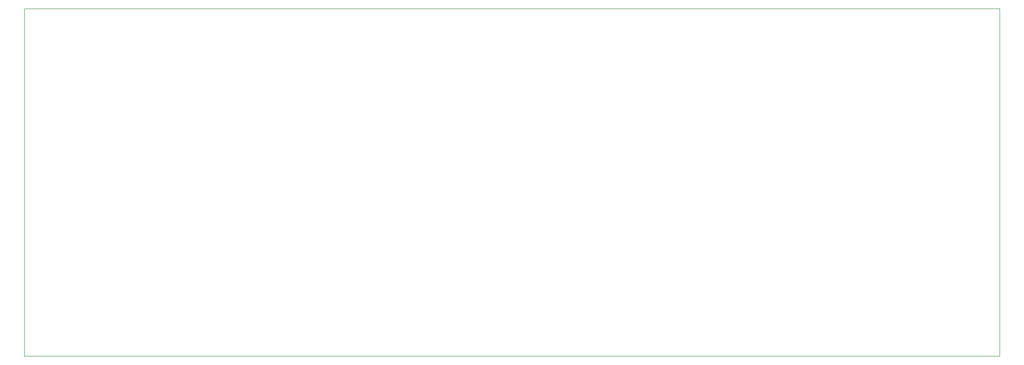
<source format=gbr>
%TF.GenerationSoftware,KiCad,Pcbnew,7.0.5-0*%
%TF.CreationDate,2023-07-08T10:36:07-04:00*%
%TF.ProjectId,nixie,6e697869-652e-46b6-9963-61645f706362,rev?*%
%TF.SameCoordinates,Original*%
%TF.FileFunction,Profile,NP*%
%FSLAX46Y46*%
G04 Gerber Fmt 4.6, Leading zero omitted, Abs format (unit mm)*
G04 Created by KiCad (PCBNEW 7.0.5-0) date 2023-07-08 10:36:07*
%MOMM*%
%LPD*%
G01*
G04 APERTURE LIST*
%TA.AperFunction,Profile*%
%ADD10C,0.050000*%
%TD*%
G04 APERTURE END LIST*
D10*
X247500000Y-143057000D02*
X247500000Y-77822100D01*
X65000000Y-143057000D02*
X247500000Y-143057000D01*
X247500000Y-77822100D02*
X65000000Y-77822100D01*
X65000000Y-77822100D02*
X65000000Y-143057000D01*
M02*

</source>
